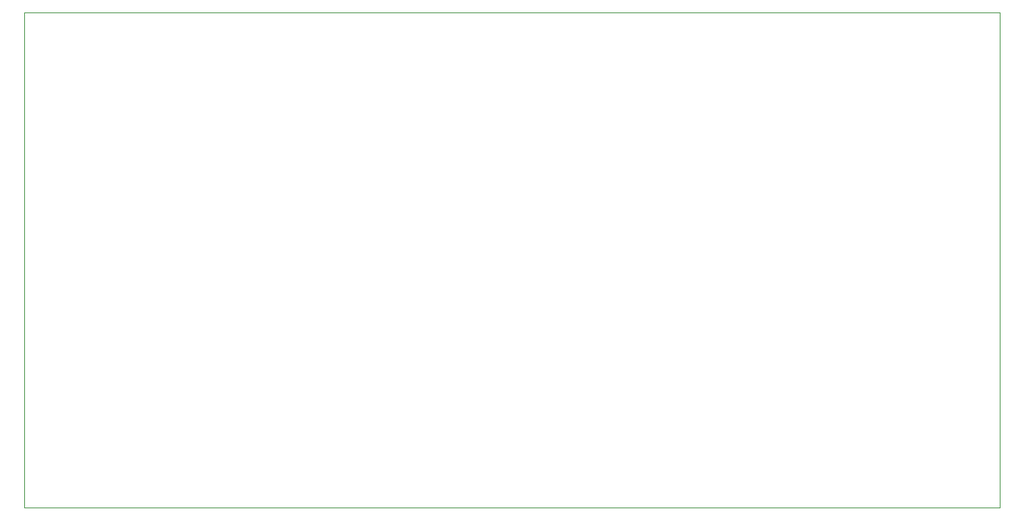
<source format=gko>
%FSLAX46Y46*%
%MOIN*%
G01*
G75*
%ADD10C,0.001000*%
D10*
X0Y2250000D02*
X4425000Y2250000D01*
X4425000Y0D01*
X0Y0D01*
X0Y2250000D01*
M02*

</source>
